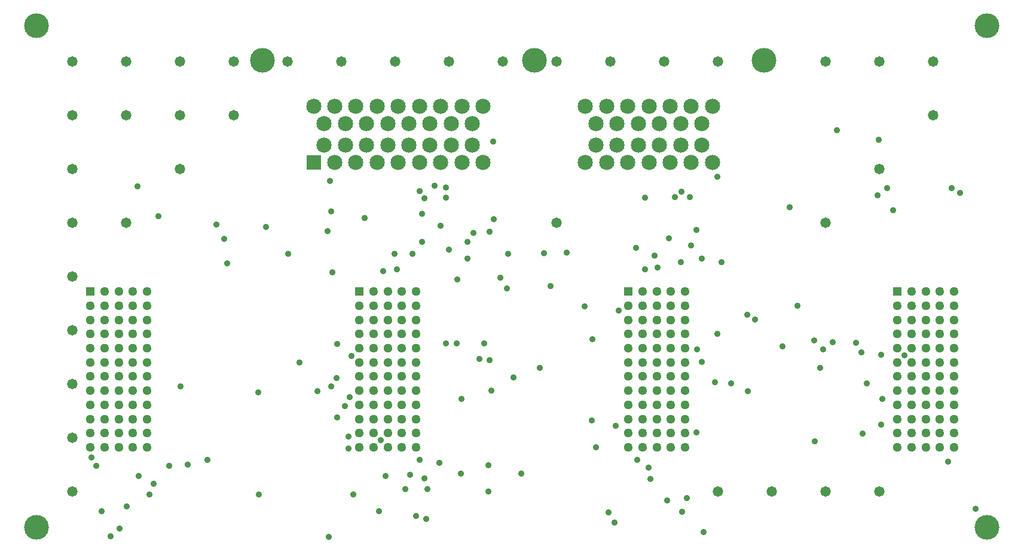
<source format=gbr>
G04*
G04 #@! TF.GenerationSoftware,Altium Limited,Altium Designer,23.0.1 (38)*
G04*
G04 Layer_Color=16711935*
%FSLAX25Y25*%
%MOIN*%
G70*
G04*
G04 #@! TF.SameCoordinates,88CA1221-A5B3-45BB-8031-3B943D831941*
G04*
G04*
G04 #@! TF.FilePolarity,Negative*
G04*
G01*
G75*
%ADD13C,0.08477*%
%ADD14R,0.08477X0.08477*%
%ADD15C,0.13792*%
%ADD16C,0.13800*%
%ADD17C,0.05032*%
%ADD18R,0.05032X0.05032*%
%ADD19C,0.05800*%
%ADD20C,0.03556*%
D13*
X386811Y245000D02*
D03*
X375000D02*
D03*
X363189D02*
D03*
X351378D02*
D03*
X339567D02*
D03*
X327756D02*
D03*
X315945D02*
D03*
X380906Y235157D02*
D03*
X369094D02*
D03*
X357283D02*
D03*
X345472D02*
D03*
X333661D02*
D03*
X321850D02*
D03*
X380906Y223346D02*
D03*
X369094D02*
D03*
X357283D02*
D03*
X345472D02*
D03*
X333661D02*
D03*
X321850D02*
D03*
X386811Y213504D02*
D03*
X375000D02*
D03*
X363189D02*
D03*
X351378D02*
D03*
X339567D02*
D03*
X327756D02*
D03*
X315945D02*
D03*
X258858Y245000D02*
D03*
X247047D02*
D03*
X235236D02*
D03*
X223425D02*
D03*
X211614D02*
D03*
X199803D02*
D03*
X187992D02*
D03*
X176181D02*
D03*
X164370D02*
D03*
X252953Y235157D02*
D03*
X241142D02*
D03*
X229331D02*
D03*
X217520D02*
D03*
X205709D02*
D03*
X193898D02*
D03*
X182087D02*
D03*
X170276D02*
D03*
X252953Y223346D02*
D03*
X241142D02*
D03*
X229331D02*
D03*
X217520D02*
D03*
X205709D02*
D03*
X193898D02*
D03*
X182087D02*
D03*
X170276D02*
D03*
X258858Y213504D02*
D03*
X247047D02*
D03*
X235236D02*
D03*
X223425D02*
D03*
X211614D02*
D03*
X199803D02*
D03*
X187992D02*
D03*
X176181D02*
D03*
D14*
X164370D02*
D03*
D15*
X415354Y270591D02*
D03*
X135827D02*
D03*
X287402D02*
D03*
D16*
X10000Y290000D02*
D03*
X540000Y10000D02*
D03*
Y290000D02*
D03*
X10000Y10000D02*
D03*
D17*
X55748Y54598D02*
D03*
Y62500D02*
D03*
Y70402D02*
D03*
Y78299D02*
D03*
Y86201D02*
D03*
Y94098D02*
D03*
Y102000D02*
D03*
Y109902D02*
D03*
Y117799D02*
D03*
Y125701D02*
D03*
Y133598D02*
D03*
X47874Y54598D02*
D03*
Y62500D02*
D03*
Y70402D02*
D03*
Y78299D02*
D03*
Y86201D02*
D03*
Y94098D02*
D03*
Y102000D02*
D03*
Y109902D02*
D03*
Y117799D02*
D03*
Y125701D02*
D03*
Y133598D02*
D03*
Y141500D02*
D03*
X40000Y54598D02*
D03*
Y62500D02*
D03*
Y70402D02*
D03*
Y78299D02*
D03*
Y86201D02*
D03*
Y94098D02*
D03*
Y102000D02*
D03*
Y109902D02*
D03*
Y117799D02*
D03*
Y125701D02*
D03*
Y133598D02*
D03*
X55748Y141500D02*
D03*
X63622D02*
D03*
Y94098D02*
D03*
Y86201D02*
D03*
Y78299D02*
D03*
Y70402D02*
D03*
Y62500D02*
D03*
Y54598D02*
D03*
Y102000D02*
D03*
Y109902D02*
D03*
Y117799D02*
D03*
Y125701D02*
D03*
Y133598D02*
D03*
X71496Y141500D02*
D03*
Y94098D02*
D03*
Y86201D02*
D03*
Y78299D02*
D03*
Y70402D02*
D03*
Y62500D02*
D03*
Y54598D02*
D03*
Y102000D02*
D03*
Y109902D02*
D03*
Y117799D02*
D03*
Y125701D02*
D03*
Y133598D02*
D03*
X490000D02*
D03*
Y125701D02*
D03*
Y117799D02*
D03*
Y109902D02*
D03*
Y102000D02*
D03*
Y94098D02*
D03*
Y86201D02*
D03*
Y78299D02*
D03*
Y70402D02*
D03*
X497874Y141500D02*
D03*
Y133598D02*
D03*
Y125701D02*
D03*
Y117799D02*
D03*
Y109902D02*
D03*
Y102000D02*
D03*
Y94098D02*
D03*
Y86201D02*
D03*
Y78299D02*
D03*
Y70402D02*
D03*
X505748Y141500D02*
D03*
Y133598D02*
D03*
Y125701D02*
D03*
Y117799D02*
D03*
Y109902D02*
D03*
Y102000D02*
D03*
Y94098D02*
D03*
Y86201D02*
D03*
Y78299D02*
D03*
Y70402D02*
D03*
Y62500D02*
D03*
X513622Y141500D02*
D03*
Y133598D02*
D03*
Y125701D02*
D03*
Y117799D02*
D03*
Y109902D02*
D03*
Y102000D02*
D03*
Y70402D02*
D03*
Y62500D02*
D03*
Y54598D02*
D03*
X521496Y141500D02*
D03*
Y133598D02*
D03*
Y125701D02*
D03*
Y117799D02*
D03*
Y109902D02*
D03*
Y102000D02*
D03*
Y94098D02*
D03*
Y86201D02*
D03*
Y54598D02*
D03*
Y62500D02*
D03*
Y70402D02*
D03*
Y78299D02*
D03*
X513622D02*
D03*
Y86201D02*
D03*
Y94098D02*
D03*
X505748Y54598D02*
D03*
X497874D02*
D03*
Y62500D02*
D03*
X490000Y54598D02*
D03*
Y62500D02*
D03*
X190000D02*
D03*
Y54598D02*
D03*
X197874Y62500D02*
D03*
Y54598D02*
D03*
X205748D02*
D03*
X213622Y94098D02*
D03*
Y86201D02*
D03*
Y78299D02*
D03*
X221496D02*
D03*
Y70402D02*
D03*
Y62500D02*
D03*
Y54598D02*
D03*
Y86201D02*
D03*
Y94098D02*
D03*
Y102000D02*
D03*
Y109902D02*
D03*
Y117799D02*
D03*
Y125701D02*
D03*
Y133598D02*
D03*
Y141500D02*
D03*
X213622Y54598D02*
D03*
Y62500D02*
D03*
Y70402D02*
D03*
Y102000D02*
D03*
Y109902D02*
D03*
Y117799D02*
D03*
Y125701D02*
D03*
Y133598D02*
D03*
Y141500D02*
D03*
X205748Y62500D02*
D03*
Y70402D02*
D03*
Y78299D02*
D03*
Y86201D02*
D03*
Y94098D02*
D03*
Y102000D02*
D03*
Y109902D02*
D03*
Y117799D02*
D03*
Y125701D02*
D03*
Y133598D02*
D03*
Y141500D02*
D03*
X197874Y70402D02*
D03*
Y78299D02*
D03*
Y86201D02*
D03*
Y94098D02*
D03*
Y102000D02*
D03*
Y109902D02*
D03*
Y117799D02*
D03*
Y125701D02*
D03*
Y133598D02*
D03*
Y141500D02*
D03*
X190000Y70402D02*
D03*
Y78299D02*
D03*
Y86201D02*
D03*
Y94098D02*
D03*
Y102000D02*
D03*
Y109902D02*
D03*
Y117799D02*
D03*
Y125701D02*
D03*
Y133598D02*
D03*
X340000D02*
D03*
Y125701D02*
D03*
Y117799D02*
D03*
Y109902D02*
D03*
Y102000D02*
D03*
Y94098D02*
D03*
Y86201D02*
D03*
Y78299D02*
D03*
Y70402D02*
D03*
X347874Y141500D02*
D03*
Y133598D02*
D03*
Y125701D02*
D03*
Y117799D02*
D03*
Y109902D02*
D03*
Y102000D02*
D03*
Y94098D02*
D03*
Y86201D02*
D03*
Y78299D02*
D03*
Y70402D02*
D03*
X355748Y141500D02*
D03*
Y133598D02*
D03*
Y125701D02*
D03*
Y117799D02*
D03*
Y109902D02*
D03*
Y102000D02*
D03*
Y94098D02*
D03*
Y86201D02*
D03*
Y78299D02*
D03*
Y70402D02*
D03*
Y62500D02*
D03*
X363622Y141500D02*
D03*
Y133598D02*
D03*
Y125701D02*
D03*
Y117799D02*
D03*
Y109902D02*
D03*
Y102000D02*
D03*
Y70402D02*
D03*
Y62500D02*
D03*
Y54598D02*
D03*
X371496Y141500D02*
D03*
Y133598D02*
D03*
Y125701D02*
D03*
Y117799D02*
D03*
Y109902D02*
D03*
Y102000D02*
D03*
Y94098D02*
D03*
Y86201D02*
D03*
Y54598D02*
D03*
Y62500D02*
D03*
Y70402D02*
D03*
Y78299D02*
D03*
X363622D02*
D03*
Y86201D02*
D03*
Y94098D02*
D03*
X355748Y54598D02*
D03*
X347874D02*
D03*
Y62500D02*
D03*
X340000Y54598D02*
D03*
Y62500D02*
D03*
D18*
X40000Y141500D02*
D03*
X490000D02*
D03*
X190000D02*
D03*
X340000D02*
D03*
D19*
X510000Y270000D02*
D03*
Y240000D02*
D03*
X480000Y270000D02*
D03*
Y210000D02*
D03*
Y30000D02*
D03*
X450000Y270000D02*
D03*
Y180000D02*
D03*
Y30000D02*
D03*
X420000D02*
D03*
X390000Y270000D02*
D03*
Y30000D02*
D03*
X360000Y270000D02*
D03*
X330000D02*
D03*
X300000D02*
D03*
Y180000D02*
D03*
X270000Y270000D02*
D03*
X240000D02*
D03*
X210000D02*
D03*
X180000D02*
D03*
X150000D02*
D03*
X120000D02*
D03*
Y240000D02*
D03*
X90000Y270000D02*
D03*
Y240000D02*
D03*
Y210000D02*
D03*
X60000Y270000D02*
D03*
Y240000D02*
D03*
Y180000D02*
D03*
X30000Y270000D02*
D03*
Y240000D02*
D03*
Y210000D02*
D03*
Y180000D02*
D03*
Y150000D02*
D03*
Y120000D02*
D03*
Y90000D02*
D03*
Y60000D02*
D03*
Y30000D02*
D03*
D20*
X66200Y200310D02*
D03*
X494000Y106000D02*
D03*
X334500Y131000D02*
D03*
X185500Y105500D02*
D03*
X202000Y58500D02*
D03*
X262000Y30000D02*
D03*
X184000Y54000D02*
D03*
X235200Y178400D02*
D03*
X225000Y185000D02*
D03*
X320000Y115000D02*
D03*
X263601Y86201D02*
D03*
X444000Y57900D02*
D03*
X177400Y71200D02*
D03*
X296600Y144700D02*
D03*
X480900Y67100D02*
D03*
X377800Y63000D02*
D03*
X391800Y157800D02*
D03*
X293000Y162832D02*
D03*
X290500Y98800D02*
D03*
X374100Y194100D02*
D03*
X365700Y194200D02*
D03*
X181800Y77600D02*
D03*
X268500Y149400D02*
D03*
X174900Y152100D02*
D03*
X166596Y85932D02*
D03*
X533600Y20300D02*
D03*
X484100Y199300D02*
D03*
X177400Y112300D02*
D03*
X78000Y183600D02*
D03*
X215400Y31400D02*
D03*
X105100Y47500D02*
D03*
X201000Y18800D02*
D03*
X43294Y44100D02*
D03*
X472800Y90100D02*
D03*
X356276Y155024D02*
D03*
X114400Y170800D02*
D03*
X224800Y169400D02*
D03*
X265000Y181900D02*
D03*
X246700Y81600D02*
D03*
X319400Y69600D02*
D03*
X186500Y28200D02*
D03*
X72800D02*
D03*
X133800D02*
D03*
X261800Y44600D02*
D03*
X94100Y44864D02*
D03*
X380900Y159900D02*
D03*
X305600Y163100D02*
D03*
X275900Y93500D02*
D03*
X380900Y102400D02*
D03*
X480700Y106300D02*
D03*
X183800Y60700D02*
D03*
X344732Y47500D02*
D03*
X372400Y26400D02*
D03*
X46100Y18800D02*
D03*
X328900Y18200D02*
D03*
X40500Y48900D02*
D03*
X321800Y54600D02*
D03*
X406577Y86023D02*
D03*
X518202Y46700D02*
D03*
X133500Y85300D02*
D03*
X370000Y18500D02*
D03*
X226268Y37168D02*
D03*
X75200Y34400D02*
D03*
X446800Y98800D02*
D03*
X262500Y103152D02*
D03*
Y174800D02*
D03*
X156444Y102000D02*
D03*
X172100Y175100D02*
D03*
X375000Y167100D02*
D03*
X520100Y199100D02*
D03*
X362600Y171400D02*
D03*
X250100Y169100D02*
D03*
X425800Y110800D02*
D03*
X173400Y203100D02*
D03*
X238300Y199736D02*
D03*
X349100Y193900D02*
D03*
X238300D02*
D03*
X389600Y205700D02*
D03*
Y117800D02*
D03*
X454000Y113300D02*
D03*
X116300Y157300D02*
D03*
X219400Y162500D02*
D03*
X524800Y196500D02*
D03*
X478700Y195400D02*
D03*
X410400Y125800D02*
D03*
X315500Y133400D02*
D03*
X434198Y133598D02*
D03*
X487400Y186800D02*
D03*
X174300Y88700D02*
D03*
X90100D02*
D03*
X332200Y12600D02*
D03*
X470600Y62400D02*
D03*
X204500Y38600D02*
D03*
X66922D02*
D03*
X234478Y45778D02*
D03*
X83700Y44400D02*
D03*
X378100Y109400D02*
D03*
X448500D02*
D03*
X378000Y175900D02*
D03*
X253368Y174200D02*
D03*
X456100Y231500D02*
D03*
X226200Y193520D02*
D03*
X369600Y197400D02*
D03*
X223400Y197600D02*
D03*
X174300Y186400D02*
D03*
X443500Y114300D02*
D03*
X429800Y188700D02*
D03*
X137800Y177500D02*
D03*
X406100Y128700D02*
D03*
X369300Y158000D02*
D03*
X272900Y162700D02*
D03*
X272300Y143100D02*
D03*
X231800Y200700D02*
D03*
X352100Y36800D02*
D03*
X481500Y81500D02*
D03*
X361400Y24800D02*
D03*
X223500Y47500D02*
D03*
X264500Y225100D02*
D03*
X56200Y9200D02*
D03*
X388200Y90800D02*
D03*
X228000Y31300D02*
D03*
X60322Y21653D02*
D03*
X354600Y161500D02*
D03*
X250300Y159800D02*
D03*
X240000Y165000D02*
D03*
X344100Y165900D02*
D03*
X209500Y162500D02*
D03*
X150100D02*
D03*
X203209Y152900D02*
D03*
X349200Y153900D02*
D03*
X210900Y153800D02*
D03*
X244500Y148200D02*
D03*
X332800Y66500D02*
D03*
X351174Y43330D02*
D03*
X184600Y82498D02*
D03*
X479428Y226172D02*
D03*
X177100Y93400D02*
D03*
X218200Y39100D02*
D03*
X397200Y90100D02*
D03*
X238300Y112700D02*
D03*
X244100D02*
D03*
X259400D02*
D03*
X227200Y14500D02*
D03*
X51200Y5000D02*
D03*
X469700Y107700D02*
D03*
X257000Y103800D02*
D03*
X466932Y112968D02*
D03*
X381900Y7100D02*
D03*
X173000Y4700D02*
D03*
X221400Y16200D02*
D03*
X246600Y40000D02*
D03*
X280100D02*
D03*
X110200Y179000D02*
D03*
X192800Y182600D02*
D03*
M02*

</source>
